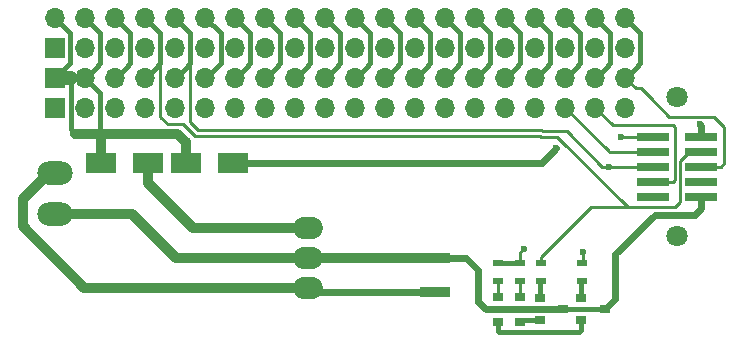
<source format=gbr>
G04 #@! TF.FileFunction,Copper,L1,Top,Signal*
%FSLAX46Y46*%
G04 Gerber Fmt 4.6, Leading zero omitted, Abs format (unit mm)*
G04 Created by KiCad (PCBNEW 4.0.1-stable) date 2017-01-07 21:59:04*
%MOMM*%
G01*
G04 APERTURE LIST*
%ADD10C,0.100000*%
%ADD11O,2.500000X1.900000*%
%ADD12R,2.500000X0.900000*%
%ADD13R,2.500000X1.800000*%
%ADD14O,3.000000X2.000000*%
%ADD15R,1.700000X1.700000*%
%ADD16O,1.700000X1.700000*%
%ADD17C,1.800000*%
%ADD18R,2.795000X0.740000*%
%ADD19R,0.900000X0.800000*%
%ADD20R,0.900000X0.500000*%
%ADD21C,0.600000*%
%ADD22C,0.609600*%
%ADD23C,0.812800*%
%ADD24C,0.406400*%
%ADD25C,1.219200*%
%ADD26C,0.254000*%
%ADD27C,0.250000*%
G04 APERTURE END LIST*
D10*
D11*
X-42792920Y34903640D03*
X-42792920Y37443640D03*
X-42792920Y39983640D03*
D12*
X-32003000Y34556000D03*
X-32003000Y37456000D03*
D13*
X-60302160Y45510680D03*
X-56302160Y45510680D03*
X-53073320Y45505600D03*
X-49073320Y45505600D03*
D14*
X-64213800Y41139400D03*
X-64213800Y44639400D03*
D15*
X-64130000Y50150000D03*
D16*
X-61590000Y50150000D03*
X-59050000Y50150000D03*
X-56510000Y50150000D03*
X-53970000Y50150000D03*
X-51430000Y50150000D03*
X-48890000Y50150000D03*
X-46350000Y50150000D03*
X-43810000Y50150000D03*
X-41270000Y50150000D03*
X-38730000Y50150000D03*
X-36190000Y50150000D03*
X-33650000Y50150000D03*
X-31110000Y50150000D03*
X-28570000Y50150000D03*
X-26030000Y50150000D03*
X-23490000Y50150000D03*
X-20950000Y50150000D03*
X-18410000Y50150000D03*
X-15870000Y50150000D03*
D15*
X-64130000Y55230000D03*
D16*
X-64130000Y57770000D03*
X-61590000Y55230000D03*
X-61590000Y57770000D03*
X-59050000Y55230000D03*
X-59050000Y57770000D03*
X-56510000Y55230000D03*
X-56510000Y57770000D03*
X-53970000Y55230000D03*
X-53970000Y57770000D03*
X-51430000Y55230000D03*
X-51430000Y57770000D03*
X-48890000Y55230000D03*
X-48890000Y57770000D03*
X-46350000Y55230000D03*
X-46350000Y57770000D03*
X-43810000Y55230000D03*
X-43810000Y57770000D03*
X-41270000Y55230000D03*
X-41270000Y57770000D03*
X-38730000Y55230000D03*
X-38730000Y57770000D03*
X-36190000Y55230000D03*
X-36190000Y57770000D03*
X-33650000Y55230000D03*
X-33650000Y57770000D03*
X-31110000Y55230000D03*
X-31110000Y57770000D03*
X-28570000Y55230000D03*
X-28570000Y57770000D03*
X-26030000Y55230000D03*
X-26030000Y57770000D03*
X-23490000Y55230000D03*
X-23490000Y57770000D03*
X-20950000Y55230000D03*
X-20950000Y57770000D03*
X-18410000Y55230000D03*
X-18410000Y57770000D03*
X-15870000Y55230000D03*
X-15870000Y57770000D03*
D17*
X-11469640Y51042900D03*
X-11469640Y39307900D03*
D18*
X-13502140Y47715400D03*
X-9437140Y47715400D03*
X-13502140Y46445400D03*
X-9437140Y46445400D03*
X-13502140Y45175400D03*
X-9437140Y45175400D03*
X-13502140Y43905400D03*
X-9437140Y43905400D03*
X-13502140Y42635400D03*
X-9437140Y42635400D03*
D15*
X-64130000Y52690000D03*
D16*
X-61590000Y52690000D03*
X-59050000Y52690000D03*
X-56510000Y52690000D03*
X-53970000Y52690000D03*
X-51430000Y52690000D03*
X-48890000Y52690000D03*
X-46350000Y52690000D03*
X-43810000Y52690000D03*
X-41270000Y52690000D03*
X-38730000Y52690000D03*
X-36190000Y52690000D03*
X-33650000Y52690000D03*
X-31110000Y52690000D03*
X-28570000Y52690000D03*
X-26030000Y52690000D03*
X-23490000Y52690000D03*
X-20950000Y52690000D03*
X-18410000Y52690000D03*
X-15870000Y52690000D03*
D19*
X-24791940Y32047700D03*
X-24791940Y34147700D03*
X-26696940Y32047700D03*
X-26696940Y34147700D03*
X-23124940Y34047700D03*
X-23124940Y32147700D03*
X-21124940Y33097700D03*
X-19632440Y34047700D03*
X-19632440Y32147700D03*
X-17632440Y33097700D03*
D20*
X-24791940Y37022700D03*
X-24791940Y35522700D03*
X-23013940Y37022700D03*
X-23013940Y35522700D03*
X-19521440Y37022700D03*
X-19521440Y35522700D03*
X-26696940Y37022700D03*
X-26696940Y35522700D03*
D21*
X-21736320Y46745120D03*
X-9590040Y48741560D03*
X-19485880Y37951640D03*
X-17281160Y45175400D03*
X-16265160Y47684920D03*
X-24504920Y38210720D03*
D22*
X-32003000Y34556000D02*
X-42445280Y34556000D01*
X-42445280Y34556000D02*
X-42792920Y34903640D01*
D23*
X-66922920Y40141120D02*
X-66922920Y42430280D01*
X-66922920Y42430280D02*
X-64713800Y44639400D01*
X-64713800Y44639400D02*
X-64213800Y44639400D01*
X-61685440Y34903640D02*
X-66922920Y40141120D01*
X-42792920Y34903640D02*
X-61685440Y34903640D01*
X-42417680Y34528400D02*
X-42792920Y34903640D01*
X-42792920Y37443640D02*
X-32015360Y37443640D01*
X-32015360Y37443640D02*
X-32003000Y37456000D01*
D22*
X-21124940Y33097700D02*
X-27697700Y33097700D01*
X-27697700Y33097700D02*
X-28320000Y33720000D01*
X-28320000Y33720000D02*
X-28320000Y36387000D01*
X-28320000Y36387000D02*
X-29389000Y37456000D01*
X-29389000Y37456000D02*
X-32003000Y37456000D01*
X-17632440Y33097700D02*
X-17582440Y33097700D01*
X-13364480Y41106320D02*
X-9986620Y41106320D01*
X-9986620Y41106320D02*
X-9437140Y41655800D01*
X-17582440Y33097700D02*
X-16717280Y33962860D01*
X-16717280Y33962860D02*
X-16717280Y37753520D01*
X-9437140Y41655800D02*
X-9437140Y42635400D01*
X-16717280Y37753520D02*
X-13364480Y41106320D01*
D23*
X-57639280Y41139400D02*
X-53943520Y37443640D01*
X-53943520Y37443640D02*
X-42792920Y37443640D01*
X-64213800Y41139400D02*
X-57639280Y41139400D01*
X-42777680Y37428400D02*
X-42792920Y37443640D01*
D24*
X-17632440Y33097700D02*
X-21124940Y33097700D01*
D23*
X-60302160Y45510680D02*
X-60302160Y47871360D01*
X-60302160Y47871360D02*
X-60384960Y47954160D01*
X-53073320Y45505600D02*
X-53073320Y47218400D01*
X-53073320Y47218400D02*
X-53809080Y47954160D01*
X-53809080Y47954160D02*
X-56889920Y47954160D01*
X-56889920Y47954160D02*
X-60384960Y47954160D01*
X-60138760Y47954160D02*
X-62437280Y47954160D01*
X-62437280Y47954160D02*
X-60384960Y47954160D01*
D24*
X-60336799Y51436799D02*
X-60336799Y48002321D01*
X-61590000Y52690000D02*
X-60336799Y51436799D01*
X-60336799Y48002321D02*
X-60384960Y47954160D01*
X-62843201Y48360081D02*
X-62437280Y47954160D01*
X-62843201Y48603921D02*
X-62843201Y48360081D01*
X-62813200Y52690000D02*
X-62843201Y52659999D01*
X-62843201Y52659999D02*
X-62843201Y48603921D01*
D25*
X-64130000Y52690000D02*
X-62813200Y52690000D01*
D24*
X-61590000Y57770000D02*
X-60336799Y56516799D01*
X-60336799Y56516799D02*
X-60336799Y53943201D01*
X-60336799Y53943201D02*
X-60740001Y53539999D01*
X-60740001Y53539999D02*
X-61590000Y52690000D01*
X-64130000Y57770000D02*
X-62876799Y56516799D01*
X-62876799Y56516799D02*
X-62876799Y53943201D01*
X-62876799Y53943201D02*
X-64130000Y52690000D01*
D23*
X-56302160Y45510680D02*
X-56302160Y43797880D01*
X-56302160Y43797880D02*
X-52487920Y39983640D01*
X-52487920Y39983640D02*
X-44855720Y39983640D01*
X-44855720Y39983640D02*
X-42792920Y39983640D01*
D22*
X-49073320Y45505600D02*
X-22975840Y45505600D01*
X-22975840Y45505600D02*
X-21736320Y46745120D01*
X-9437140Y47715400D02*
X-9437140Y48588660D01*
X-9437140Y48588660D02*
X-9590040Y48741560D01*
D24*
X-23124940Y32147700D02*
X-24691940Y32147700D01*
X-24691940Y32147700D02*
X-24791940Y32047700D01*
D26*
X-24791940Y35522700D02*
X-24791940Y34147700D01*
D24*
X-19632440Y32147700D02*
X-19632440Y31341300D01*
X-19632440Y31341300D02*
X-19844540Y31129200D01*
X-19844540Y31129200D02*
X-26584840Y31129200D01*
X-26584840Y31129200D02*
X-26696940Y31241300D01*
X-26696940Y31241300D02*
X-26696940Y32047700D01*
D26*
X-26696940Y35522700D02*
X-26696940Y34147700D01*
D24*
X-23490000Y57770000D02*
X-22236799Y56516799D01*
X-22236799Y56516799D02*
X-22236799Y53943201D01*
X-22236799Y53943201D02*
X-22640001Y53539999D01*
X-22640001Y53539999D02*
X-23490000Y52690000D01*
X-28570000Y57770000D02*
X-27316799Y56516799D01*
X-27316799Y56516799D02*
X-27316799Y53943201D01*
X-27316799Y53943201D02*
X-27720001Y53539999D01*
X-27720001Y53539999D02*
X-28570000Y52690000D01*
X-41270000Y57770000D02*
X-40016799Y56516799D01*
X-40016799Y56516799D02*
X-40016799Y53943201D01*
X-40420001Y53539999D02*
X-41270000Y52690000D01*
X-40016799Y53943201D02*
X-40420001Y53539999D01*
X-48890000Y57770000D02*
X-47636799Y56516799D01*
X-48040001Y53539999D02*
X-48890000Y52690000D01*
X-47636799Y56516799D02*
X-47636799Y53943201D01*
X-47636799Y53943201D02*
X-48040001Y53539999D01*
X-59050000Y57770000D02*
X-57796799Y56516799D01*
X-57796799Y53943201D02*
X-58200001Y53539999D01*
X-57796799Y56516799D02*
X-57796799Y53943201D01*
X-58200001Y53539999D02*
X-59050000Y52690000D01*
D26*
X-13502140Y46445400D02*
X-17245400Y46445400D01*
X-17245400Y46445400D02*
X-17250680Y46450680D01*
X-17250680Y46450680D02*
X-20950000Y50150000D01*
X-11840480Y48670440D02*
X-16569960Y48670440D01*
X-18410000Y50150000D02*
X-16930440Y48670440D01*
X-16930440Y48670440D02*
X-16569960Y48670440D01*
X-11698240Y48528200D02*
X-11840480Y48670440D01*
X-11698240Y44057800D02*
X-11698240Y48528200D01*
X-13502140Y43905400D02*
X-11850640Y43905400D01*
X-11850640Y43905400D02*
X-11698240Y44057800D01*
D27*
X-23013940Y37022700D02*
X-23013940Y37522700D01*
X-23013940Y37522700D02*
X-18798509Y41738131D01*
X-18798509Y41738131D02*
X-15662531Y41738131D01*
D26*
X-10464640Y46445400D02*
X-9437140Y46445400D01*
X-23096656Y47771280D02*
X-23031914Y47706538D01*
X-11244229Y45665811D02*
X-10464640Y46445400D01*
X-11676029Y41738131D02*
X-11244229Y42169931D01*
X-21630938Y47706538D02*
X-15662531Y41738131D01*
X-23031914Y47706538D02*
X-21630938Y47706538D01*
X-52348400Y47771280D02*
X-23096656Y47771280D01*
X-53344080Y48766960D02*
X-52348400Y47771280D01*
X-11244229Y42169931D02*
X-11244229Y45665811D01*
X-55259240Y49396880D02*
X-54629320Y48766960D01*
X-55259240Y49692396D02*
X-55259240Y49396880D01*
X-55256799Y49694837D02*
X-55259240Y49692396D01*
X-15662531Y41738131D02*
X-11676029Y41738131D01*
X-55256799Y53943201D02*
X-55256799Y49694837D01*
X-54629320Y48766960D02*
X-53344080Y48766960D01*
D24*
X-56510000Y57770000D02*
X-55256799Y56516799D01*
X-55256799Y56516799D02*
X-55256799Y53943201D01*
X-55256799Y53943201D02*
X-55660001Y53539999D01*
X-55660001Y53539999D02*
X-56510000Y52690000D01*
D27*
X-19485880Y37951640D02*
X-19485880Y37058260D01*
X-19485880Y37058260D02*
X-19521440Y37022700D01*
D26*
X-17281160Y45175400D02*
X-15153640Y45175400D01*
D27*
X-17834880Y45175400D02*
X-17281160Y45175400D01*
D26*
X-20820029Y48160549D02*
X-17834880Y45175400D01*
X-22998148Y48304680D02*
X-22854017Y48160549D01*
X-52709080Y48909200D02*
X-52104560Y48304680D01*
X-22854017Y48160549D02*
X-20820029Y48160549D01*
X-52716799Y49694837D02*
X-52709080Y49687118D01*
X-52709080Y49687118D02*
X-52709080Y48909200D01*
X-52716799Y53943201D02*
X-52716799Y49694837D01*
X-15153640Y45175400D02*
X-13502140Y45175400D01*
X-52104560Y48304680D02*
X-22998148Y48304680D01*
D24*
X-53970000Y57770000D02*
X-52716799Y56516799D01*
X-52716799Y56516799D02*
X-52716799Y53943201D01*
X-52716799Y53943201D02*
X-53120001Y53539999D01*
X-53120001Y53539999D02*
X-53970000Y52690000D01*
X-51430000Y57770000D02*
X-50143201Y56483201D01*
X-50143201Y56483201D02*
X-50143201Y53976799D01*
X-50143201Y53976799D02*
X-50580001Y53539999D01*
X-50580001Y53539999D02*
X-51430000Y52690000D01*
X-46350000Y57770000D02*
X-45096799Y56516799D01*
X-45096799Y56516799D02*
X-45096799Y53943201D01*
X-45096799Y53943201D02*
X-45500001Y53539999D01*
X-45500001Y53539999D02*
X-46350000Y52690000D01*
X-43810000Y57770000D02*
X-42556799Y56516799D01*
X-42556799Y56516799D02*
X-42556799Y53943201D01*
X-42556799Y53943201D02*
X-42960001Y53539999D01*
X-42960001Y53539999D02*
X-43810000Y52690000D01*
X-38730000Y57770000D02*
X-37476799Y56516799D01*
X-37476799Y56516799D02*
X-37476799Y53943201D01*
X-37476799Y53943201D02*
X-37880001Y53539999D01*
X-37880001Y53539999D02*
X-38730000Y52690000D01*
X-36190000Y57770000D02*
X-34936799Y56516799D01*
X-35340001Y53539999D02*
X-36190000Y52690000D01*
X-34936799Y56516799D02*
X-34936799Y53943201D01*
X-34936799Y53943201D02*
X-35340001Y53539999D01*
X-33650000Y57770000D02*
X-32396799Y56516799D01*
X-32396799Y56516799D02*
X-32396799Y53943201D01*
X-32396799Y53943201D02*
X-32800001Y53539999D01*
X-32800001Y53539999D02*
X-33650000Y52690000D01*
X-31110000Y57770000D02*
X-29856799Y56516799D01*
X-29856799Y56516799D02*
X-29856799Y53943201D01*
X-30260001Y53539999D02*
X-31110000Y52690000D01*
X-29856799Y53943201D02*
X-30260001Y53539999D01*
X-26030000Y57770000D02*
X-24776799Y56516799D01*
X-24776799Y56516799D02*
X-24776799Y53943201D01*
X-24776799Y53943201D02*
X-25180001Y53539999D01*
X-25180001Y53539999D02*
X-26030000Y52690000D01*
X-20950000Y57770000D02*
X-19696799Y56516799D01*
X-20100001Y53539999D02*
X-20950000Y52690000D01*
X-19696799Y56516799D02*
X-19696799Y53943201D01*
X-19696799Y53943201D02*
X-20100001Y53539999D01*
X-18410000Y57770000D02*
X-17156799Y56516799D01*
X-17156799Y56516799D02*
X-17156799Y53943201D01*
X-17156799Y53943201D02*
X-17560001Y53539999D01*
X-17560001Y53539999D02*
X-18410000Y52690000D01*
D26*
X-15870000Y52690000D02*
X-15020001Y51840001D01*
X-15020001Y51840001D02*
X-14598561Y51840001D01*
X-14598561Y51840001D02*
X-13816600Y51058040D01*
D24*
X-15870000Y57770000D02*
X-14616799Y56516799D01*
X-14616799Y56516799D02*
X-14616799Y53943201D01*
X-14616799Y53943201D02*
X-15020001Y53539999D01*
X-15020001Y53539999D02*
X-15870000Y52690000D01*
D26*
X-12145280Y49386720D02*
X-13816600Y51058040D01*
X-8411480Y49386720D02*
X-12145280Y49386720D01*
X-7517400Y48492640D02*
X-8411480Y49386720D01*
X-7517400Y45443640D02*
X-7517400Y48492640D01*
X-9437140Y45175400D02*
X-7785640Y45175400D01*
X-7785640Y45175400D02*
X-7517400Y45443640D01*
X-16265160Y47684920D02*
X-13532620Y47684920D01*
X-13532620Y47684920D02*
X-13502140Y47715400D01*
X-24791940Y37022700D02*
X-24791940Y37923700D01*
X-24791940Y37923700D02*
X-24504920Y38210720D01*
D24*
X-26696940Y37022700D02*
X-24791940Y37022700D01*
X-23124940Y34047700D02*
X-23124940Y35411700D01*
X-23124940Y35411700D02*
X-23013940Y35522700D01*
X-19632440Y34047700D02*
X-19632440Y35411700D01*
X-19632440Y35411700D02*
X-19521440Y35522700D01*
M02*

</source>
